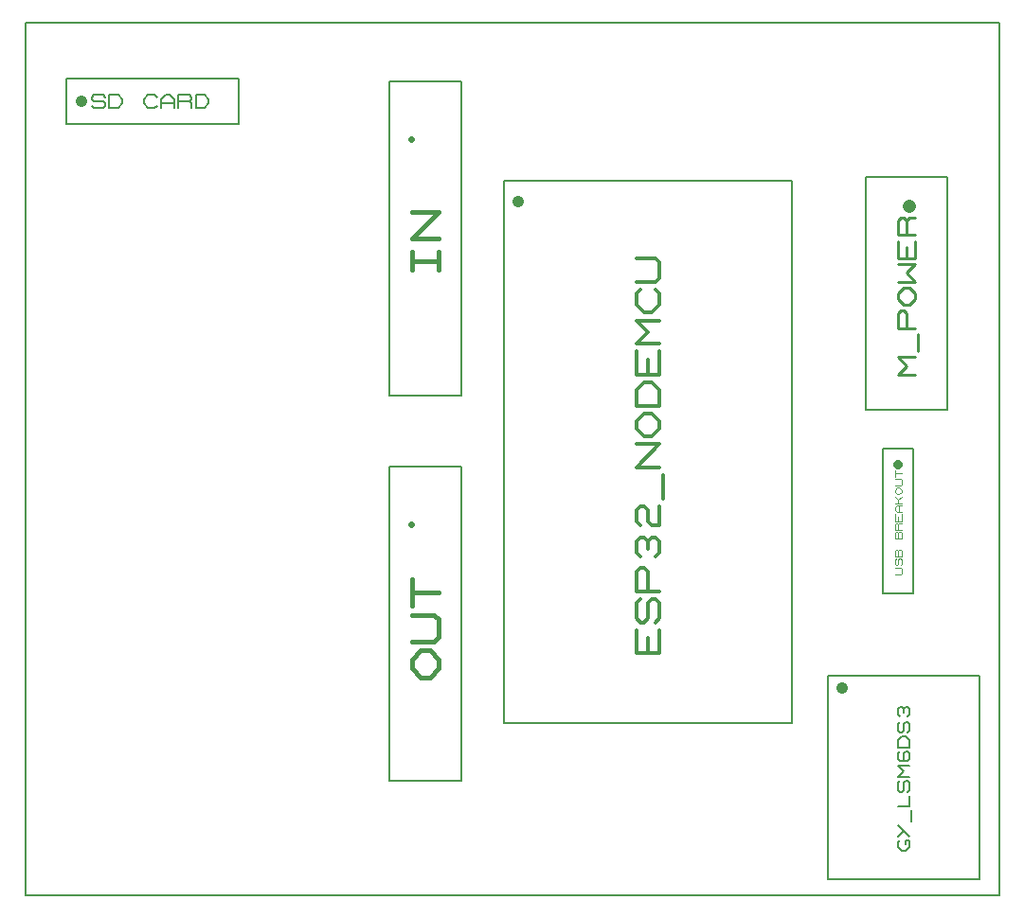
<source format=gbr>
G04 PROTEUS GERBER X2 FILE*
%TF.GenerationSoftware,Labcenter,Proteus,8.9-SP0-Build27865*%
%TF.CreationDate,2020-11-24T08:56:55+00:00*%
%TF.FileFunction,AssemblyDrawing,Top*%
%TF.FilePolarity,Positive*%
%TF.Part,Single*%
%TF.SameCoordinates,{ee39a552-392a-4f40-a773-eadb6806b216}*%
%FSLAX45Y45*%
%MOMM*%
G01*
%TA.AperFunction,Profile*%
%ADD20C,0.203200*%
%TA.AperFunction,Material*%
%ADD28C,0.152400*%
%ADD37C,0.609600*%
%ADD38C,0.399280*%
%ADD29C,0.203200*%
%ADD39C,1.016000*%
%ADD40C,0.346160*%
%ADD41C,0.193040*%
%ADD42C,0.812800*%
%ADD43C,0.099250*%
%ADD44C,1.219200*%
%ADD45C,0.260060*%
%ADD46C,0.165480*%
%TD.AperFunction*%
D20*
X-9300000Y-6350000D02*
X-600000Y-6350000D01*
X-600000Y+1450000D01*
X-9300000Y+1450000D01*
X-9300000Y-6350000D01*
D28*
X-5401880Y+927620D02*
X-6052120Y+927620D01*
X-6052120Y-1881620D01*
X-5401880Y-1881620D01*
X-5401880Y+927620D01*
X-6052120Y+927620D01*
X-6052120Y-1881620D01*
X-5401880Y-1881620D01*
X-5401880Y+927620D01*
D37*
X-5854000Y+412000D02*
X-5854000Y+412000D01*
D38*
X-5846786Y-756502D02*
X-5846786Y-596787D01*
X-5846786Y-676644D02*
X-5607213Y-676644D01*
X-5607213Y-756502D02*
X-5607213Y-596787D01*
X-5607213Y-477000D02*
X-5846786Y-477000D01*
X-5607213Y-237428D01*
X-5846786Y-237428D01*
D29*
X-5027000Y-4810160D02*
X-2449840Y-4810160D01*
X-2449840Y+36160D01*
X-5027000Y+36160D01*
X-5027000Y-4810160D01*
D39*
X-4900000Y-150000D02*
X-4900000Y-150000D01*
D40*
X-3634571Y-3979359D02*
X-3634571Y-4187058D01*
X-3842270Y-4187058D01*
X-3842270Y-3979359D01*
X-3738420Y-4187058D02*
X-3738420Y-4048592D01*
X-3669187Y-3910126D02*
X-3634571Y-3875510D01*
X-3634571Y-3737044D01*
X-3669187Y-3702427D01*
X-3703804Y-3702427D01*
X-3738420Y-3737044D01*
X-3738420Y-3875510D01*
X-3773037Y-3910126D01*
X-3807653Y-3910126D01*
X-3842270Y-3875510D01*
X-3842270Y-3737044D01*
X-3807653Y-3702427D01*
X-3634571Y-3633194D02*
X-3842270Y-3633194D01*
X-3842270Y-3460112D01*
X-3807653Y-3425495D01*
X-3773037Y-3425495D01*
X-3738420Y-3460112D01*
X-3738420Y-3633194D01*
X-3807653Y-3321646D02*
X-3842270Y-3287029D01*
X-3842270Y-3183180D01*
X-3807653Y-3148563D01*
X-3773037Y-3148563D01*
X-3738420Y-3183180D01*
X-3703804Y-3148563D01*
X-3669187Y-3148563D01*
X-3634571Y-3183180D01*
X-3634571Y-3287029D01*
X-3669187Y-3321646D01*
X-3738420Y-3252413D02*
X-3738420Y-3183180D01*
X-3807653Y-3044714D02*
X-3842270Y-3010097D01*
X-3842270Y-2906248D01*
X-3807653Y-2871631D01*
X-3773037Y-2871631D01*
X-3738420Y-2906248D01*
X-3738420Y-3010097D01*
X-3703804Y-3044714D01*
X-3634571Y-3044714D01*
X-3634571Y-2871631D01*
X-3599954Y-2802398D02*
X-3599954Y-2594699D01*
X-3634571Y-2525466D02*
X-3842270Y-2525466D01*
X-3634571Y-2317767D01*
X-3842270Y-2317767D01*
X-3773037Y-2248534D02*
X-3842270Y-2179301D01*
X-3842270Y-2110068D01*
X-3773037Y-2040835D01*
X-3703804Y-2040835D01*
X-3634571Y-2110068D01*
X-3634571Y-2179301D01*
X-3703804Y-2248534D01*
X-3773037Y-2248534D01*
X-3634571Y-1971602D02*
X-3842270Y-1971602D01*
X-3842270Y-1833136D01*
X-3773037Y-1763903D01*
X-3703804Y-1763903D01*
X-3634571Y-1833136D01*
X-3634571Y-1971602D01*
X-3634571Y-1486971D02*
X-3634571Y-1694670D01*
X-3842270Y-1694670D01*
X-3842270Y-1486971D01*
X-3738420Y-1694670D02*
X-3738420Y-1556204D01*
X-3634571Y-1417738D02*
X-3842270Y-1417738D01*
X-3738420Y-1313889D01*
X-3842270Y-1210039D01*
X-3634571Y-1210039D01*
X-3669187Y-933107D02*
X-3634571Y-967724D01*
X-3634571Y-1071573D01*
X-3703804Y-1140806D01*
X-3773037Y-1140806D01*
X-3842270Y-1071573D01*
X-3842270Y-967724D01*
X-3807653Y-933107D01*
X-3842270Y-863874D02*
X-3669187Y-863874D01*
X-3634571Y-829258D01*
X-3634571Y-690792D01*
X-3669187Y-656175D01*
X-3842270Y-656175D01*
D28*
X-5401880Y-2518380D02*
X-6052120Y-2518380D01*
X-6052120Y-5327620D01*
X-5401880Y-5327620D01*
X-5401880Y-2518380D01*
X-6052120Y-2518380D01*
X-6052120Y-5327620D01*
X-5401880Y-5327620D01*
X-5401880Y-2518380D01*
D37*
X-5854000Y-3034000D02*
X-5854000Y-3034000D01*
D38*
X-5766928Y-4402145D02*
X-5846786Y-4322288D01*
X-5846786Y-4242430D01*
X-5766928Y-4162573D01*
X-5687071Y-4162573D01*
X-5607213Y-4242430D01*
X-5607213Y-4322288D01*
X-5687071Y-4402145D01*
X-5766928Y-4402145D01*
X-5846786Y-4082715D02*
X-5647142Y-4082715D01*
X-5607213Y-4042787D01*
X-5607213Y-3883072D01*
X-5647142Y-3843143D01*
X-5846786Y-3843143D01*
X-5846786Y-3763285D02*
X-5846786Y-3523713D01*
X-5846786Y-3643499D02*
X-5607213Y-3643499D01*
D29*
X-8937160Y+549340D02*
X-7392840Y+549340D01*
X-7392840Y+950660D01*
X-8937160Y+950660D01*
X-8937160Y+549340D01*
D39*
X-8800000Y+750000D02*
X-8800000Y+750000D01*
D41*
X-8705512Y+711392D02*
X-8686208Y+692088D01*
X-8608992Y+692088D01*
X-8589688Y+711392D01*
X-8589688Y+730696D01*
X-8608992Y+750000D01*
X-8686208Y+750000D01*
X-8705512Y+769304D01*
X-8705512Y+788608D01*
X-8686208Y+807912D01*
X-8608992Y+807912D01*
X-8589688Y+788608D01*
X-8551080Y+692088D02*
X-8551080Y+807912D01*
X-8473864Y+807912D01*
X-8435256Y+769304D01*
X-8435256Y+730696D01*
X-8473864Y+692088D01*
X-8551080Y+692088D01*
X-8126392Y+711392D02*
X-8145696Y+692088D01*
X-8203608Y+692088D01*
X-8242216Y+730696D01*
X-8242216Y+769304D01*
X-8203608Y+807912D01*
X-8145696Y+807912D01*
X-8126392Y+788608D01*
X-8087784Y+692088D02*
X-8087784Y+769304D01*
X-8049176Y+807912D01*
X-8010568Y+807912D01*
X-7971960Y+769304D01*
X-7971960Y+692088D01*
X-8087784Y+730696D02*
X-7971960Y+730696D01*
X-7933352Y+692088D02*
X-7933352Y+807912D01*
X-7836832Y+807912D01*
X-7817528Y+788608D01*
X-7817528Y+769304D01*
X-7836832Y+750000D01*
X-7933352Y+750000D01*
X-7836832Y+750000D02*
X-7817528Y+730696D01*
X-7817528Y+692088D01*
X-7778920Y+692088D02*
X-7778920Y+807912D01*
X-7701704Y+807912D01*
X-7663096Y+769304D01*
X-7663096Y+730696D01*
X-7701704Y+692088D01*
X-7778920Y+692088D01*
D29*
X-1637160Y-3649160D02*
X-1362840Y-3649160D01*
X-1362840Y-2358840D01*
X-1637160Y-2358840D01*
X-1637160Y-3649160D01*
D42*
X-1500000Y-2496000D02*
X-1500000Y-2496000D01*
D43*
X-1529777Y-3480424D02*
X-1480149Y-3480424D01*
X-1470224Y-3470499D01*
X-1470224Y-3430797D01*
X-1480149Y-3420871D01*
X-1529777Y-3420871D01*
X-1480149Y-3401020D02*
X-1470224Y-3391095D01*
X-1470224Y-3351393D01*
X-1480149Y-3341467D01*
X-1490075Y-3341467D01*
X-1500000Y-3351393D01*
X-1500000Y-3391095D01*
X-1509926Y-3401020D01*
X-1519851Y-3401020D01*
X-1529777Y-3391095D01*
X-1529777Y-3351393D01*
X-1519851Y-3341467D01*
X-1470224Y-3321616D02*
X-1529777Y-3321616D01*
X-1529777Y-3271989D01*
X-1519851Y-3262063D01*
X-1509926Y-3262063D01*
X-1500000Y-3271989D01*
X-1490075Y-3262063D01*
X-1480149Y-3262063D01*
X-1470224Y-3271989D01*
X-1470224Y-3321616D01*
X-1500000Y-3321616D02*
X-1500000Y-3271989D01*
X-1470224Y-3162808D02*
X-1529777Y-3162808D01*
X-1529777Y-3113181D01*
X-1519851Y-3103255D01*
X-1509926Y-3103255D01*
X-1500000Y-3113181D01*
X-1490075Y-3103255D01*
X-1480149Y-3103255D01*
X-1470224Y-3113181D01*
X-1470224Y-3162808D01*
X-1500000Y-3162808D02*
X-1500000Y-3113181D01*
X-1470224Y-3083404D02*
X-1529777Y-3083404D01*
X-1529777Y-3033777D01*
X-1519851Y-3023851D01*
X-1509926Y-3023851D01*
X-1500000Y-3033777D01*
X-1500000Y-3083404D01*
X-1500000Y-3033777D02*
X-1490075Y-3023851D01*
X-1470224Y-3023851D01*
X-1470224Y-2944447D02*
X-1470224Y-3004000D01*
X-1529777Y-3004000D01*
X-1529777Y-2944447D01*
X-1500000Y-3004000D02*
X-1500000Y-2964298D01*
X-1470224Y-2924596D02*
X-1509926Y-2924596D01*
X-1529777Y-2904745D01*
X-1529777Y-2884894D01*
X-1509926Y-2865043D01*
X-1470224Y-2865043D01*
X-1490075Y-2924596D02*
X-1490075Y-2865043D01*
X-1529777Y-2845192D02*
X-1470224Y-2845192D01*
X-1529777Y-2785639D02*
X-1500000Y-2815416D01*
X-1470224Y-2785639D01*
X-1500000Y-2845192D02*
X-1500000Y-2815416D01*
X-1509926Y-2765788D02*
X-1529777Y-2745937D01*
X-1529777Y-2726086D01*
X-1509926Y-2706235D01*
X-1490075Y-2706235D01*
X-1470224Y-2726086D01*
X-1470224Y-2745937D01*
X-1490075Y-2765788D01*
X-1509926Y-2765788D01*
X-1529777Y-2686384D02*
X-1480149Y-2686384D01*
X-1470224Y-2676459D01*
X-1470224Y-2636757D01*
X-1480149Y-2626831D01*
X-1529777Y-2626831D01*
X-1529777Y-2606980D02*
X-1529777Y-2547427D01*
X-1529777Y-2577204D02*
X-1470224Y-2577204D01*
D29*
X-1790240Y-2007240D02*
X-1059760Y-2007240D01*
X-1059760Y+73240D01*
X-1790240Y+73240D01*
X-1790240Y-2007240D01*
D44*
X-1400000Y-192000D02*
X-1400000Y-192000D01*
D45*
X-1346982Y-1695168D02*
X-1503018Y-1695168D01*
X-1425000Y-1617150D01*
X-1503018Y-1539132D01*
X-1346982Y-1539132D01*
X-1320976Y-1487120D02*
X-1320976Y-1331084D01*
X-1346982Y-1279072D02*
X-1503018Y-1279072D01*
X-1503018Y-1149042D01*
X-1477012Y-1123036D01*
X-1451006Y-1123036D01*
X-1425000Y-1149042D01*
X-1425000Y-1279072D01*
X-1451006Y-1071024D02*
X-1503018Y-1019012D01*
X-1503018Y-967000D01*
X-1451006Y-914988D01*
X-1398994Y-914988D01*
X-1346982Y-967000D01*
X-1346982Y-1019012D01*
X-1398994Y-1071024D01*
X-1451006Y-1071024D01*
X-1503018Y-862976D02*
X-1346982Y-862976D01*
X-1425000Y-784958D01*
X-1346982Y-706940D01*
X-1503018Y-706940D01*
X-1346982Y-498892D02*
X-1346982Y-654928D01*
X-1503018Y-654928D01*
X-1503018Y-498892D01*
X-1425000Y-654928D02*
X-1425000Y-550904D01*
X-1346982Y-446880D02*
X-1503018Y-446880D01*
X-1503018Y-316850D01*
X-1477012Y-290844D01*
X-1451006Y-290844D01*
X-1425000Y-316850D01*
X-1425000Y-446880D01*
X-1425000Y-316850D02*
X-1398994Y-290844D01*
X-1346982Y-290844D01*
D29*
X-2127000Y-6206160D02*
X-773000Y-6206160D01*
X-773000Y-4385840D01*
X-2127000Y-4385840D01*
X-2127000Y-6206160D01*
D39*
X-2000000Y-4496000D02*
X-2000000Y-4496000D01*
D46*
X-1433452Y-5891737D02*
X-1433452Y-5858641D01*
X-1400355Y-5858641D01*
X-1400355Y-5924834D01*
X-1433452Y-5957930D01*
X-1466548Y-5957930D01*
X-1499645Y-5924834D01*
X-1499645Y-5875189D01*
X-1483097Y-5858641D01*
X-1499645Y-5726255D02*
X-1400355Y-5825544D01*
X-1499645Y-5825544D02*
X-1450000Y-5775900D01*
X-1383807Y-5693158D02*
X-1383807Y-5593869D01*
X-1499645Y-5560772D02*
X-1400355Y-5560772D01*
X-1400355Y-5461483D01*
X-1416903Y-5428386D02*
X-1400355Y-5411838D01*
X-1400355Y-5345645D01*
X-1416903Y-5329097D01*
X-1433452Y-5329097D01*
X-1450000Y-5345645D01*
X-1450000Y-5411838D01*
X-1466548Y-5428386D01*
X-1483097Y-5428386D01*
X-1499645Y-5411838D01*
X-1499645Y-5345645D01*
X-1483097Y-5329097D01*
X-1400355Y-5296000D02*
X-1499645Y-5296000D01*
X-1450000Y-5246356D01*
X-1499645Y-5196711D01*
X-1400355Y-5196711D01*
X-1483097Y-5064325D02*
X-1499645Y-5080873D01*
X-1499645Y-5130518D01*
X-1483097Y-5147066D01*
X-1416903Y-5147066D01*
X-1400355Y-5130518D01*
X-1400355Y-5080873D01*
X-1416903Y-5064325D01*
X-1433452Y-5064325D01*
X-1450000Y-5080873D01*
X-1450000Y-5147066D01*
X-1400355Y-5031228D02*
X-1499645Y-5031228D01*
X-1499645Y-4965035D01*
X-1466548Y-4931939D01*
X-1433452Y-4931939D01*
X-1400355Y-4965035D01*
X-1400355Y-5031228D01*
X-1416903Y-4898842D02*
X-1400355Y-4882294D01*
X-1400355Y-4816101D01*
X-1416903Y-4799553D01*
X-1433452Y-4799553D01*
X-1450000Y-4816101D01*
X-1450000Y-4882294D01*
X-1466548Y-4898842D01*
X-1483097Y-4898842D01*
X-1499645Y-4882294D01*
X-1499645Y-4816101D01*
X-1483097Y-4799553D01*
X-1483097Y-4749908D02*
X-1499645Y-4733360D01*
X-1499645Y-4683715D01*
X-1483097Y-4667167D01*
X-1466548Y-4667167D01*
X-1450000Y-4683715D01*
X-1433452Y-4667167D01*
X-1416903Y-4667167D01*
X-1400355Y-4683715D01*
X-1400355Y-4733360D01*
X-1416903Y-4749908D01*
X-1450000Y-4716812D02*
X-1450000Y-4683715D01*
M02*

</source>
